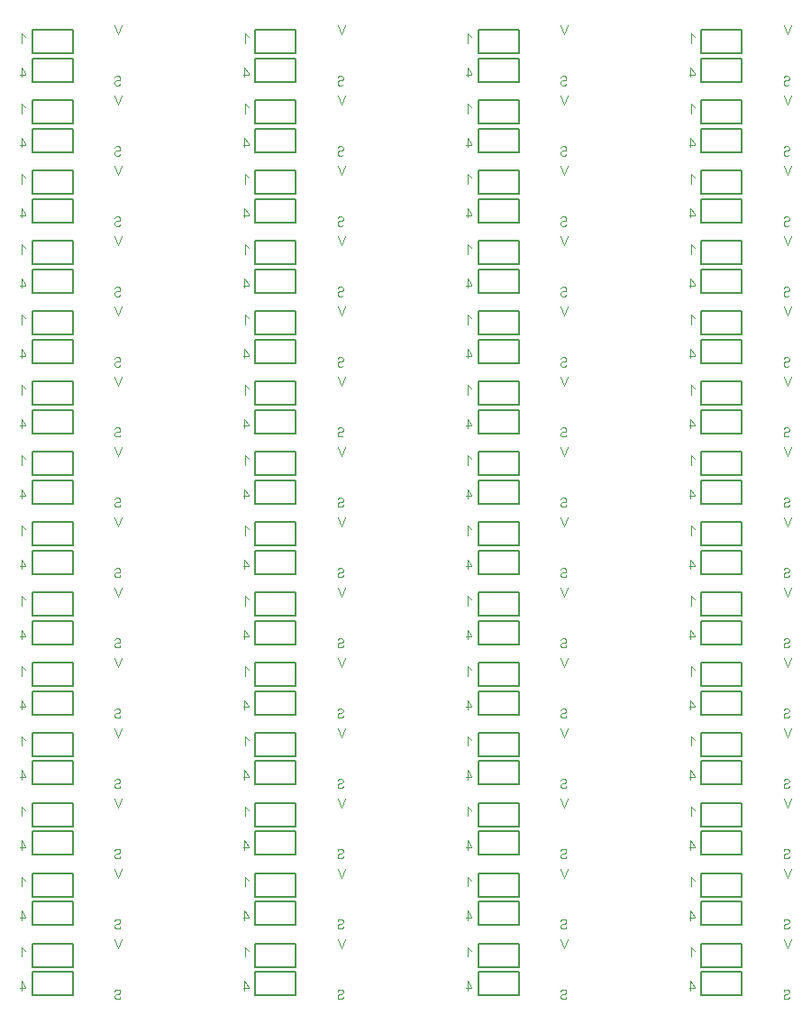
<source format=gbr>
%FSLAX34Y34*%
%MOMM*%
%LNSILK_BOTTOM*%
G71*
G01*
%ADD10C, 0.150*%
%ADD11C, 0.111*%
%LPD*%
G54D10*
X71462Y963725D02*
X71462Y985725D01*
X109462Y985725D01*
X109462Y963725D01*
X71462Y963725D01*
G54D10*
X71462Y936738D02*
X71462Y958738D01*
X109462Y958738D01*
X109462Y936738D01*
X71462Y936738D01*
G54D11*
X61088Y941388D02*
X61088Y950276D01*
X65088Y944721D01*
X65088Y943610D01*
X59754Y943610D01*
G54D11*
X65088Y978693D02*
X61754Y982026D01*
X61754Y973138D01*
G54D11*
X155575Y989964D02*
X152242Y981075D01*
X148908Y989964D01*
G54D11*
X153988Y935117D02*
X153321Y934006D01*
X151988Y933450D01*
X150654Y933450D01*
X149321Y934006D01*
X148654Y935117D01*
X148654Y936228D01*
X149321Y937339D01*
X150654Y937894D01*
X151988Y937894D01*
X153321Y938450D01*
X153988Y939561D01*
X153988Y940672D01*
X153321Y941783D01*
X151988Y942339D01*
X150654Y942339D01*
X149321Y941783D01*
X148654Y940672D01*
G54D10*
X281012Y963725D02*
X281012Y985725D01*
X319012Y985725D01*
X319012Y963725D01*
X281012Y963725D01*
G54D10*
X281012Y936738D02*
X281012Y958738D01*
X319012Y958738D01*
X319012Y936738D01*
X281012Y936738D01*
G54D11*
X270638Y941388D02*
X270638Y950276D01*
X274638Y944721D01*
X274638Y943610D01*
X269304Y943610D01*
G54D11*
X274638Y978693D02*
X271304Y982026D01*
X271304Y973138D01*
G54D11*
X365125Y989964D02*
X361792Y981075D01*
X358458Y989964D01*
G54D11*
X363538Y935117D02*
X362871Y934006D01*
X361538Y933450D01*
X360204Y933450D01*
X358871Y934006D01*
X358204Y935117D01*
X358204Y936228D01*
X358871Y937339D01*
X360204Y937894D01*
X361538Y937894D01*
X362871Y938450D01*
X363538Y939561D01*
X363538Y940672D01*
X362871Y941783D01*
X361538Y942339D01*
X360204Y942339D01*
X358871Y941783D01*
X358204Y940672D01*
G54D10*
X490562Y963725D02*
X490562Y985725D01*
X528562Y985725D01*
X528562Y963725D01*
X490562Y963725D01*
G54D10*
X490562Y936738D02*
X490562Y958738D01*
X528562Y958738D01*
X528562Y936738D01*
X490562Y936738D01*
G54D11*
X480188Y941388D02*
X480188Y950276D01*
X484188Y944721D01*
X484188Y943610D01*
X478854Y943610D01*
G54D11*
X484188Y978693D02*
X480854Y982026D01*
X480854Y973138D01*
G54D11*
X574675Y989964D02*
X571342Y981075D01*
X568008Y989964D01*
G54D11*
X573088Y935117D02*
X572421Y934006D01*
X571088Y933450D01*
X569754Y933450D01*
X568421Y934006D01*
X567754Y935117D01*
X567754Y936228D01*
X568421Y937339D01*
X569754Y937894D01*
X571088Y937894D01*
X572421Y938450D01*
X573088Y939561D01*
X573088Y940672D01*
X572421Y941783D01*
X571088Y942339D01*
X569754Y942339D01*
X568421Y941783D01*
X567754Y940672D01*
G54D10*
X700112Y963725D02*
X700112Y985725D01*
X738112Y985725D01*
X738112Y963725D01*
X700112Y963725D01*
G54D10*
X700112Y936738D02*
X700112Y958738D01*
X738112Y958738D01*
X738112Y936738D01*
X700112Y936738D01*
G54D11*
X689738Y941388D02*
X689738Y950276D01*
X693738Y944721D01*
X693738Y943610D01*
X688404Y943610D01*
G54D11*
X693738Y978693D02*
X690404Y982026D01*
X690404Y973138D01*
G54D11*
X784225Y989964D02*
X780892Y981075D01*
X777558Y989964D01*
G54D11*
X782638Y935117D02*
X781971Y934006D01*
X780638Y933450D01*
X779304Y933450D01*
X777971Y934006D01*
X777304Y935117D01*
X777304Y936228D01*
X777971Y937339D01*
X779304Y937894D01*
X780638Y937894D01*
X781971Y938450D01*
X782638Y939561D01*
X782638Y940672D01*
X781971Y941783D01*
X780638Y942339D01*
X779304Y942339D01*
X777971Y941783D01*
X777304Y940672D01*
G54D10*
X71462Y897705D02*
X71462Y919705D01*
X109462Y919705D01*
X109462Y897705D01*
X71462Y897705D01*
G54D10*
X71462Y870717D02*
X71462Y892717D01*
X109462Y892717D01*
X109462Y870717D01*
X71462Y870717D01*
G54D11*
X61088Y875367D02*
X61088Y884256D01*
X65088Y878701D01*
X65088Y877590D01*
X59754Y877590D01*
G54D11*
X65088Y912673D02*
X61754Y916006D01*
X61754Y907117D01*
G54D11*
X155575Y923944D02*
X152242Y915055D01*
X148908Y923944D01*
G54D11*
X153988Y869097D02*
X153321Y867986D01*
X151988Y867430D01*
X150654Y867430D01*
X149321Y867986D01*
X148654Y869097D01*
X148654Y870208D01*
X149321Y871319D01*
X150654Y871874D01*
X151988Y871874D01*
X153321Y872430D01*
X153988Y873541D01*
X153988Y874652D01*
X153321Y875763D01*
X151988Y876319D01*
X150654Y876319D01*
X149321Y875763D01*
X148654Y874652D01*
G54D10*
X281012Y897705D02*
X281012Y919705D01*
X319012Y919705D01*
X319012Y897705D01*
X281012Y897705D01*
G54D10*
X281012Y870717D02*
X281012Y892717D01*
X319012Y892717D01*
X319012Y870717D01*
X281012Y870717D01*
G54D11*
X270638Y875367D02*
X270638Y884256D01*
X274638Y878701D01*
X274638Y877590D01*
X269304Y877590D01*
G54D11*
X274638Y912673D02*
X271304Y916006D01*
X271304Y907117D01*
G54D11*
X365125Y923944D02*
X361792Y915055D01*
X358458Y923944D01*
G54D11*
X363538Y869097D02*
X362871Y867986D01*
X361538Y867430D01*
X360204Y867430D01*
X358871Y867986D01*
X358204Y869097D01*
X358204Y870208D01*
X358871Y871319D01*
X360204Y871874D01*
X361538Y871874D01*
X362871Y872430D01*
X363538Y873541D01*
X363538Y874652D01*
X362871Y875763D01*
X361538Y876319D01*
X360204Y876319D01*
X358871Y875763D01*
X358204Y874652D01*
G54D10*
X490562Y897705D02*
X490562Y919705D01*
X528562Y919705D01*
X528562Y897705D01*
X490562Y897705D01*
G54D10*
X490562Y870717D02*
X490562Y892717D01*
X528562Y892717D01*
X528562Y870717D01*
X490562Y870717D01*
G54D11*
X480188Y875367D02*
X480188Y884256D01*
X484188Y878701D01*
X484188Y877590D01*
X478854Y877590D01*
G54D11*
X484188Y912673D02*
X480854Y916006D01*
X480854Y907117D01*
G54D11*
X574675Y923944D02*
X571342Y915055D01*
X568008Y923944D01*
G54D11*
X573088Y869097D02*
X572421Y867986D01*
X571088Y867430D01*
X569754Y867430D01*
X568421Y867986D01*
X567754Y869097D01*
X567754Y870208D01*
X568421Y871319D01*
X569754Y871874D01*
X571088Y871874D01*
X572421Y872430D01*
X573088Y873541D01*
X573088Y874652D01*
X572421Y875763D01*
X571088Y876319D01*
X569754Y876319D01*
X568421Y875763D01*
X567754Y874652D01*
G54D10*
X700112Y897705D02*
X700112Y919705D01*
X738112Y919705D01*
X738112Y897705D01*
X700112Y897705D01*
G54D10*
X700112Y870717D02*
X700112Y892717D01*
X738112Y892717D01*
X738112Y870717D01*
X700112Y870717D01*
G54D11*
X689738Y875367D02*
X689738Y884256D01*
X693738Y878701D01*
X693738Y877590D01*
X688404Y877590D01*
G54D11*
X693738Y912673D02*
X690404Y916006D01*
X690404Y907117D01*
G54D11*
X784225Y923944D02*
X780892Y915055D01*
X777558Y923944D01*
G54D11*
X782638Y869097D02*
X781971Y867986D01*
X780638Y867430D01*
X779304Y867430D01*
X777971Y867986D01*
X777304Y869097D01*
X777304Y870208D01*
X777971Y871319D01*
X779304Y871874D01*
X780638Y871874D01*
X781971Y872430D01*
X782638Y873541D01*
X782638Y874652D01*
X781971Y875763D01*
X780638Y876319D01*
X779304Y876319D01*
X777971Y875763D01*
X777304Y874652D01*
G54D10*
X71462Y831685D02*
X71462Y853685D01*
X109462Y853685D01*
X109462Y831685D01*
X71462Y831685D01*
G54D10*
X71462Y804697D02*
X71462Y826697D01*
X109462Y826697D01*
X109462Y804697D01*
X71462Y804697D01*
G54D11*
X61088Y809347D02*
X61088Y818236D01*
X65088Y812681D01*
X65088Y811570D01*
X59754Y811570D01*
G54D11*
X65088Y846653D02*
X61754Y849986D01*
X61754Y841097D01*
G54D11*
X155575Y857924D02*
X152242Y849035D01*
X148908Y857924D01*
G54D11*
X153988Y803077D02*
X153321Y801966D01*
X151988Y801410D01*
X150654Y801410D01*
X149321Y801966D01*
X148654Y803077D01*
X148654Y804188D01*
X149321Y805299D01*
X150654Y805854D01*
X151988Y805854D01*
X153321Y806410D01*
X153988Y807521D01*
X153988Y808632D01*
X153321Y809743D01*
X151988Y810299D01*
X150654Y810299D01*
X149321Y809743D01*
X148654Y808632D01*
G54D10*
X281012Y831685D02*
X281012Y853685D01*
X319012Y853685D01*
X319012Y831685D01*
X281012Y831685D01*
G54D10*
X281012Y804697D02*
X281012Y826697D01*
X319012Y826697D01*
X319012Y804697D01*
X281012Y804697D01*
G54D11*
X270638Y809347D02*
X270638Y818236D01*
X274638Y812681D01*
X274638Y811570D01*
X269304Y811570D01*
G54D11*
X274638Y846653D02*
X271304Y849986D01*
X271304Y841097D01*
G54D11*
X365125Y857924D02*
X361792Y849035D01*
X358458Y857924D01*
G54D11*
X363538Y803077D02*
X362871Y801966D01*
X361538Y801410D01*
X360204Y801410D01*
X358871Y801966D01*
X358204Y803077D01*
X358204Y804188D01*
X358871Y805299D01*
X360204Y805854D01*
X361538Y805854D01*
X362871Y806410D01*
X363538Y807521D01*
X363538Y808632D01*
X362871Y809743D01*
X361538Y810299D01*
X360204Y810299D01*
X358871Y809743D01*
X358204Y808632D01*
G54D10*
X490562Y831685D02*
X490562Y853685D01*
X528562Y853685D01*
X528562Y831685D01*
X490562Y831685D01*
G54D10*
X490562Y804697D02*
X490562Y826697D01*
X528562Y826697D01*
X528562Y804697D01*
X490562Y804697D01*
G54D11*
X480188Y809347D02*
X480188Y818236D01*
X484188Y812681D01*
X484188Y811570D01*
X478854Y811570D01*
G54D11*
X484188Y846653D02*
X480854Y849986D01*
X480854Y841097D01*
G54D11*
X574675Y857924D02*
X571342Y849035D01*
X568008Y857924D01*
G54D11*
X573088Y803077D02*
X572421Y801966D01*
X571088Y801410D01*
X569754Y801410D01*
X568421Y801966D01*
X567754Y803077D01*
X567754Y804188D01*
X568421Y805299D01*
X569754Y805854D01*
X571088Y805854D01*
X572421Y806410D01*
X573088Y807521D01*
X573088Y808632D01*
X572421Y809743D01*
X571088Y810299D01*
X569754Y810299D01*
X568421Y809743D01*
X567754Y808632D01*
G54D10*
X700112Y831685D02*
X700112Y853685D01*
X738112Y853685D01*
X738112Y831685D01*
X700112Y831685D01*
G54D10*
X700112Y804697D02*
X700112Y826697D01*
X738112Y826697D01*
X738112Y804697D01*
X700112Y804697D01*
G54D11*
X689738Y809347D02*
X689738Y818236D01*
X693738Y812681D01*
X693738Y811570D01*
X688404Y811570D01*
G54D11*
X693738Y846653D02*
X690404Y849986D01*
X690404Y841097D01*
G54D11*
X784225Y857924D02*
X780892Y849035D01*
X777558Y857924D01*
G54D11*
X782638Y803077D02*
X781971Y801966D01*
X780638Y801410D01*
X779304Y801410D01*
X777971Y801966D01*
X777304Y803077D01*
X777304Y804188D01*
X777971Y805299D01*
X779304Y805854D01*
X780638Y805854D01*
X781971Y806410D01*
X782638Y807521D01*
X782638Y808632D01*
X781971Y809743D01*
X780638Y810299D01*
X779304Y810299D01*
X777971Y809743D01*
X777304Y808632D01*
G54D10*
X71462Y765665D02*
X71462Y787665D01*
X109462Y787665D01*
X109462Y765665D01*
X71462Y765665D01*
G54D10*
X71462Y738677D02*
X71462Y760677D01*
X109462Y760677D01*
X109462Y738677D01*
X71462Y738677D01*
G54D11*
X61088Y743327D02*
X61088Y752216D01*
X65088Y746661D01*
X65088Y745550D01*
X59754Y745550D01*
G54D11*
X65088Y780633D02*
X61754Y783966D01*
X61754Y775077D01*
G54D11*
X155575Y791904D02*
X152242Y783015D01*
X148908Y791904D01*
G54D11*
X153988Y737057D02*
X153321Y735946D01*
X151988Y735390D01*
X150654Y735390D01*
X149321Y735946D01*
X148654Y737057D01*
X148654Y738168D01*
X149321Y739279D01*
X150654Y739834D01*
X151988Y739834D01*
X153321Y740390D01*
X153988Y741501D01*
X153988Y742612D01*
X153321Y743723D01*
X151988Y744279D01*
X150654Y744279D01*
X149321Y743723D01*
X148654Y742612D01*
G54D10*
X281012Y765665D02*
X281012Y787665D01*
X319012Y787665D01*
X319012Y765665D01*
X281012Y765665D01*
G54D10*
X281012Y738677D02*
X281012Y760677D01*
X319012Y760677D01*
X319012Y738677D01*
X281012Y738677D01*
G54D11*
X270638Y743327D02*
X270638Y752216D01*
X274638Y746661D01*
X274638Y745550D01*
X269304Y745550D01*
G54D11*
X274638Y780633D02*
X271304Y783966D01*
X271304Y775077D01*
G54D11*
X365125Y791904D02*
X361792Y783015D01*
X358458Y791904D01*
G54D11*
X363538Y737057D02*
X362871Y735946D01*
X361538Y735390D01*
X360204Y735390D01*
X358871Y735946D01*
X358204Y737057D01*
X358204Y738168D01*
X358871Y739279D01*
X360204Y739834D01*
X361538Y739834D01*
X362871Y740390D01*
X363538Y741501D01*
X363538Y742612D01*
X362871Y743723D01*
X361538Y744279D01*
X360204Y744279D01*
X358871Y743723D01*
X358204Y742612D01*
G54D10*
X490562Y765665D02*
X490562Y787665D01*
X528562Y787665D01*
X528562Y765665D01*
X490562Y765665D01*
G54D10*
X490562Y738677D02*
X490562Y760677D01*
X528562Y760677D01*
X528562Y738677D01*
X490562Y738677D01*
G54D11*
X480188Y743327D02*
X480188Y752216D01*
X484188Y746661D01*
X484188Y745550D01*
X478854Y745550D01*
G54D11*
X484188Y780633D02*
X480854Y783966D01*
X480854Y775077D01*
G54D11*
X574675Y791904D02*
X571342Y783015D01*
X568008Y791904D01*
G54D11*
X573088Y737057D02*
X572421Y735946D01*
X571088Y735390D01*
X569754Y735390D01*
X568421Y735946D01*
X567754Y737057D01*
X567754Y738168D01*
X568421Y739279D01*
X569754Y739834D01*
X571088Y739834D01*
X572421Y740390D01*
X573088Y741501D01*
X573088Y742612D01*
X572421Y743723D01*
X571088Y744279D01*
X569754Y744279D01*
X568421Y743723D01*
X567754Y742612D01*
G54D10*
X700112Y765665D02*
X700112Y787665D01*
X738112Y787665D01*
X738112Y765665D01*
X700112Y765665D01*
G54D10*
X700112Y738677D02*
X700112Y760677D01*
X738112Y760677D01*
X738112Y738677D01*
X700112Y738677D01*
G54D11*
X689738Y743327D02*
X689738Y752216D01*
X693738Y746661D01*
X693738Y745550D01*
X688404Y745550D01*
G54D11*
X693738Y780633D02*
X690404Y783966D01*
X690404Y775077D01*
G54D11*
X784225Y791904D02*
X780892Y783015D01*
X777558Y791904D01*
G54D11*
X782638Y737057D02*
X781971Y735946D01*
X780638Y735390D01*
X779304Y735390D01*
X777971Y735946D01*
X777304Y737057D01*
X777304Y738168D01*
X777971Y739279D01*
X779304Y739834D01*
X780638Y739834D01*
X781971Y740390D01*
X782638Y741501D01*
X782638Y742612D01*
X781971Y743723D01*
X780638Y744279D01*
X779304Y744279D01*
X777971Y743723D01*
X777304Y742612D01*
G54D10*
X71462Y699645D02*
X71462Y721645D01*
X109462Y721645D01*
X109462Y699645D01*
X71462Y699645D01*
G54D10*
X71462Y672658D02*
X71462Y694658D01*
X109462Y694658D01*
X109462Y672658D01*
X71462Y672658D01*
G54D11*
X61088Y677308D02*
X61088Y686196D01*
X65088Y680641D01*
X65088Y679530D01*
X59754Y679530D01*
G54D11*
X65088Y714613D02*
X61754Y717946D01*
X61754Y709058D01*
G54D11*
X155575Y725884D02*
X152242Y716995D01*
X148908Y725884D01*
G54D11*
X153988Y671037D02*
X153321Y669926D01*
X151988Y669370D01*
X150654Y669370D01*
X149321Y669926D01*
X148654Y671037D01*
X148654Y672148D01*
X149321Y673259D01*
X150654Y673814D01*
X151988Y673814D01*
X153321Y674370D01*
X153988Y675481D01*
X153988Y676592D01*
X153321Y677703D01*
X151988Y678259D01*
X150654Y678259D01*
X149321Y677703D01*
X148654Y676592D01*
G54D10*
X281012Y699645D02*
X281012Y721645D01*
X319012Y721645D01*
X319012Y699645D01*
X281012Y699645D01*
G54D10*
X281012Y672658D02*
X281012Y694658D01*
X319012Y694658D01*
X319012Y672658D01*
X281012Y672658D01*
G54D11*
X270638Y677308D02*
X270638Y686196D01*
X274638Y680641D01*
X274638Y679530D01*
X269304Y679530D01*
G54D11*
X274638Y714613D02*
X271304Y717946D01*
X271304Y709058D01*
G54D11*
X365125Y725884D02*
X361792Y716995D01*
X358458Y725884D01*
G54D11*
X363538Y671037D02*
X362871Y669926D01*
X361538Y669370D01*
X360204Y669370D01*
X358871Y669926D01*
X358204Y671037D01*
X358204Y672148D01*
X358871Y673259D01*
X360204Y673814D01*
X361538Y673814D01*
X362871Y674370D01*
X363538Y675481D01*
X363538Y676592D01*
X362871Y677703D01*
X361538Y678259D01*
X360204Y678259D01*
X358871Y677703D01*
X358204Y676592D01*
G54D10*
X490562Y699645D02*
X490562Y721645D01*
X528562Y721645D01*
X528562Y699645D01*
X490562Y699645D01*
G54D10*
X490562Y672658D02*
X490562Y694658D01*
X528562Y694658D01*
X528562Y672658D01*
X490562Y672658D01*
G54D11*
X480188Y677308D02*
X480188Y686196D01*
X484188Y680641D01*
X484188Y679530D01*
X478854Y679530D01*
G54D11*
X484188Y714613D02*
X480854Y717946D01*
X480854Y709058D01*
G54D11*
X574675Y725884D02*
X571342Y716995D01*
X568008Y725884D01*
G54D11*
X573088Y671037D02*
X572421Y669926D01*
X571088Y669370D01*
X569754Y669370D01*
X568421Y669926D01*
X567754Y671037D01*
X567754Y672148D01*
X568421Y673259D01*
X569754Y673814D01*
X571088Y673814D01*
X572421Y674370D01*
X573088Y675481D01*
X573088Y676592D01*
X572421Y677703D01*
X571088Y678259D01*
X569754Y678259D01*
X568421Y677703D01*
X567754Y676592D01*
G54D10*
X700112Y699645D02*
X700112Y721645D01*
X738112Y721645D01*
X738112Y699645D01*
X700112Y699645D01*
G54D10*
X700112Y672658D02*
X700112Y694658D01*
X738112Y694658D01*
X738112Y672658D01*
X700112Y672658D01*
G54D11*
X689738Y677308D02*
X689738Y686196D01*
X693738Y680641D01*
X693738Y679530D01*
X688404Y679530D01*
G54D11*
X693738Y714613D02*
X690404Y717946D01*
X690404Y709058D01*
G54D11*
X784225Y725884D02*
X780892Y716995D01*
X777558Y725884D01*
G54D11*
X782638Y671037D02*
X781971Y669926D01*
X780638Y669370D01*
X779304Y669370D01*
X777971Y669926D01*
X777304Y671037D01*
X777304Y672148D01*
X777971Y673259D01*
X779304Y673814D01*
X780638Y673814D01*
X781971Y674370D01*
X782638Y675481D01*
X782638Y676592D01*
X781971Y677703D01*
X780638Y678259D01*
X779304Y678259D01*
X777971Y677703D01*
X777304Y676592D01*
G54D10*
X71462Y633625D02*
X71462Y655625D01*
X109462Y655625D01*
X109462Y633625D01*
X71462Y633625D01*
G54D10*
X71462Y606638D02*
X71462Y628638D01*
X109462Y628638D01*
X109462Y606638D01*
X71462Y606638D01*
G54D11*
X61088Y611288D02*
X61088Y620176D01*
X65088Y614621D01*
X65088Y613510D01*
X59754Y613510D01*
G54D11*
X65088Y648593D02*
X61754Y651926D01*
X61754Y643038D01*
G54D11*
X155575Y659864D02*
X152242Y650975D01*
X148908Y659864D01*
G54D11*
X153988Y605017D02*
X153321Y603906D01*
X151988Y603350D01*
X150654Y603350D01*
X149321Y603906D01*
X148654Y605017D01*
X148654Y606128D01*
X149321Y607239D01*
X150654Y607794D01*
X151988Y607794D01*
X153321Y608350D01*
X153988Y609461D01*
X153988Y610572D01*
X153321Y611683D01*
X151988Y612239D01*
X150654Y612239D01*
X149321Y611683D01*
X148654Y610572D01*
G54D10*
X281012Y633625D02*
X281012Y655625D01*
X319012Y655625D01*
X319012Y633625D01*
X281012Y633625D01*
G54D10*
X281012Y606638D02*
X281012Y628638D01*
X319012Y628638D01*
X319012Y606638D01*
X281012Y606638D01*
G54D11*
X270638Y611288D02*
X270638Y620176D01*
X274638Y614621D01*
X274638Y613510D01*
X269304Y613510D01*
G54D11*
X274638Y648593D02*
X271304Y651926D01*
X271304Y643038D01*
G54D11*
X365125Y659864D02*
X361792Y650975D01*
X358458Y659864D01*
G54D11*
X363538Y605017D02*
X362871Y603906D01*
X361538Y603350D01*
X360204Y603350D01*
X358871Y603906D01*
X358204Y605017D01*
X358204Y606128D01*
X358871Y607239D01*
X360204Y607794D01*
X361538Y607794D01*
X362871Y608350D01*
X363538Y609461D01*
X363538Y610572D01*
X362871Y611683D01*
X361538Y612239D01*
X360204Y612239D01*
X358871Y611683D01*
X358204Y610572D01*
G54D10*
X490562Y633625D02*
X490562Y655625D01*
X528562Y655625D01*
X528562Y633625D01*
X490562Y633625D01*
G54D10*
X490562Y606638D02*
X490562Y628638D01*
X528562Y628638D01*
X528562Y606638D01*
X490562Y606638D01*
G54D11*
X480188Y611288D02*
X480188Y620176D01*
X484188Y614621D01*
X484188Y613510D01*
X478854Y613510D01*
G54D11*
X484188Y648593D02*
X480854Y651926D01*
X480854Y643038D01*
G54D11*
X574675Y659864D02*
X571342Y650975D01*
X568008Y659864D01*
G54D11*
X573088Y605017D02*
X572421Y603906D01*
X571088Y603350D01*
X569754Y603350D01*
X568421Y603906D01*
X567754Y605017D01*
X567754Y606128D01*
X568421Y607239D01*
X569754Y607794D01*
X571088Y607794D01*
X572421Y608350D01*
X573088Y609461D01*
X573088Y610572D01*
X572421Y611683D01*
X571088Y612239D01*
X569754Y612239D01*
X568421Y611683D01*
X567754Y610572D01*
G54D10*
X700112Y633625D02*
X700112Y655625D01*
X738112Y655625D01*
X738112Y633625D01*
X700112Y633625D01*
G54D10*
X700112Y606638D02*
X700112Y628638D01*
X738112Y628638D01*
X738112Y606638D01*
X700112Y606638D01*
G54D11*
X689738Y611288D02*
X689738Y620176D01*
X693738Y614621D01*
X693738Y613510D01*
X688404Y613510D01*
G54D11*
X693738Y648593D02*
X690404Y651926D01*
X690404Y643038D01*
G54D11*
X784225Y659864D02*
X780892Y650975D01*
X777558Y659864D01*
G54D11*
X782638Y605017D02*
X781971Y603906D01*
X780638Y603350D01*
X779304Y603350D01*
X777971Y603906D01*
X777304Y605017D01*
X777304Y606128D01*
X777971Y607239D01*
X779304Y607794D01*
X780638Y607794D01*
X781971Y608350D01*
X782638Y609461D01*
X782638Y610572D01*
X781971Y611683D01*
X780638Y612239D01*
X779304Y612239D01*
X777971Y611683D01*
X777304Y610572D01*
G54D10*
X71462Y567605D02*
X71462Y589605D01*
X109462Y589605D01*
X109462Y567605D01*
X71462Y567605D01*
G54D10*
X71462Y540618D02*
X71462Y562618D01*
X109462Y562618D01*
X109462Y540618D01*
X71462Y540618D01*
G54D11*
X61088Y545268D02*
X61088Y554156D01*
X65088Y548601D01*
X65088Y547490D01*
X59754Y547490D01*
G54D11*
X65088Y582573D02*
X61754Y585906D01*
X61754Y577018D01*
G54D11*
X155575Y593844D02*
X152242Y584955D01*
X148908Y593844D01*
G54D11*
X153988Y538997D02*
X153321Y537886D01*
X151988Y537330D01*
X150654Y537330D01*
X149321Y537886D01*
X148654Y538997D01*
X148654Y540108D01*
X149321Y541219D01*
X150654Y541774D01*
X151988Y541774D01*
X153321Y542330D01*
X153988Y543441D01*
X153988Y544552D01*
X153321Y545663D01*
X151988Y546219D01*
X150654Y546219D01*
X149321Y545663D01*
X148654Y544552D01*
G54D10*
X281012Y567605D02*
X281012Y589605D01*
X319012Y589605D01*
X319012Y567605D01*
X281012Y567605D01*
G54D10*
X281012Y540618D02*
X281012Y562618D01*
X319012Y562618D01*
X319012Y540618D01*
X281012Y540618D01*
G54D11*
X270638Y545268D02*
X270638Y554156D01*
X274638Y548601D01*
X274638Y547490D01*
X269304Y547490D01*
G54D11*
X274638Y582573D02*
X271304Y585906D01*
X271304Y577018D01*
G54D11*
X365125Y593844D02*
X361792Y584955D01*
X358458Y593844D01*
G54D11*
X363538Y538997D02*
X362871Y537886D01*
X361538Y537330D01*
X360204Y537330D01*
X358871Y537886D01*
X358204Y538997D01*
X358204Y540108D01*
X358871Y541219D01*
X360204Y541774D01*
X361538Y541774D01*
X362871Y542330D01*
X363538Y543441D01*
X363538Y544552D01*
X362871Y545663D01*
X361538Y546219D01*
X360204Y546219D01*
X358871Y545663D01*
X358204Y544552D01*
G54D10*
X490562Y567605D02*
X490562Y589605D01*
X528562Y589605D01*
X528562Y567605D01*
X490562Y567605D01*
G54D10*
X490562Y540618D02*
X490562Y562618D01*
X528562Y562618D01*
X528562Y540618D01*
X490562Y540618D01*
G54D11*
X480188Y545268D02*
X480188Y554156D01*
X484188Y548601D01*
X484188Y547490D01*
X478854Y547490D01*
G54D11*
X484188Y582573D02*
X480854Y585906D01*
X480854Y577018D01*
G54D11*
X574675Y593844D02*
X571342Y584955D01*
X568008Y593844D01*
G54D11*
X573088Y538997D02*
X572421Y537886D01*
X571088Y537330D01*
X569754Y537330D01*
X568421Y537886D01*
X567754Y538997D01*
X567754Y540108D01*
X568421Y541219D01*
X569754Y541774D01*
X571088Y541774D01*
X572421Y542330D01*
X573088Y543441D01*
X573088Y544552D01*
X572421Y545663D01*
X571088Y546219D01*
X569754Y546219D01*
X568421Y545663D01*
X567754Y544552D01*
G54D10*
X700112Y567605D02*
X700112Y589605D01*
X738112Y589605D01*
X738112Y567605D01*
X700112Y567605D01*
G54D10*
X700112Y540618D02*
X700112Y562618D01*
X738112Y562618D01*
X738112Y540618D01*
X700112Y540618D01*
G54D11*
X689738Y545268D02*
X689738Y554156D01*
X693738Y548601D01*
X693738Y547490D01*
X688404Y547490D01*
G54D11*
X693738Y582573D02*
X690404Y585906D01*
X690404Y577018D01*
G54D11*
X784225Y593844D02*
X780892Y584955D01*
X777558Y593844D01*
G54D11*
X782638Y538997D02*
X781971Y537886D01*
X780638Y537330D01*
X779304Y537330D01*
X777971Y537886D01*
X777304Y538997D01*
X777304Y540108D01*
X777971Y541219D01*
X779304Y541774D01*
X780638Y541774D01*
X781971Y542330D01*
X782638Y543441D01*
X782638Y544552D01*
X781971Y545663D01*
X780638Y546219D01*
X779304Y546219D01*
X777971Y545663D01*
X777304Y544552D01*
G54D10*
X71462Y501585D02*
X71462Y523585D01*
X109462Y523585D01*
X109462Y501585D01*
X71462Y501585D01*
G54D10*
X71462Y474598D02*
X71462Y496598D01*
X109462Y496598D01*
X109462Y474598D01*
X71462Y474598D01*
G54D11*
X61088Y479248D02*
X61088Y488136D01*
X65088Y482581D01*
X65088Y481470D01*
X59754Y481470D01*
G54D11*
X65088Y516553D02*
X61754Y519886D01*
X61754Y510998D01*
G54D11*
X155575Y527824D02*
X152242Y518935D01*
X148908Y527824D01*
G54D11*
X153988Y472977D02*
X153321Y471866D01*
X151988Y471310D01*
X150654Y471310D01*
X149321Y471866D01*
X148654Y472977D01*
X148654Y474088D01*
X149321Y475199D01*
X150654Y475754D01*
X151988Y475754D01*
X153321Y476310D01*
X153988Y477421D01*
X153988Y478532D01*
X153321Y479643D01*
X151988Y480199D01*
X150654Y480199D01*
X149321Y479643D01*
X148654Y478532D01*
G54D10*
X281012Y501585D02*
X281012Y523585D01*
X319012Y523585D01*
X319012Y501585D01*
X281012Y501585D01*
G54D10*
X281012Y474598D02*
X281012Y496598D01*
X319012Y496598D01*
X319012Y474598D01*
X281012Y474598D01*
G54D11*
X270638Y479248D02*
X270638Y488136D01*
X274638Y482581D01*
X274638Y481470D01*
X269304Y481470D01*
G54D11*
X274638Y516553D02*
X271304Y519886D01*
X271304Y510998D01*
G54D11*
X365125Y527824D02*
X361792Y518935D01*
X358458Y527824D01*
G54D11*
X363538Y472977D02*
X362871Y471866D01*
X361538Y471310D01*
X360204Y471310D01*
X358871Y471866D01*
X358204Y472977D01*
X358204Y474088D01*
X358871Y475199D01*
X360204Y475754D01*
X361538Y475754D01*
X362871Y476310D01*
X363538Y477421D01*
X363538Y478532D01*
X362871Y479643D01*
X361538Y480199D01*
X360204Y480199D01*
X358871Y479643D01*
X358204Y478532D01*
G54D10*
X490562Y501585D02*
X490562Y523585D01*
X528562Y523585D01*
X528562Y501585D01*
X490562Y501585D01*
G54D10*
X490562Y474598D02*
X490562Y496598D01*
X528562Y496598D01*
X528562Y474598D01*
X490562Y474598D01*
G54D11*
X480188Y479248D02*
X480188Y488136D01*
X484188Y482581D01*
X484188Y481470D01*
X478854Y481470D01*
G54D11*
X484188Y516553D02*
X480854Y519886D01*
X480854Y510998D01*
G54D11*
X574675Y527824D02*
X571342Y518935D01*
X568008Y527824D01*
G54D11*
X573088Y472977D02*
X572421Y471866D01*
X571088Y471310D01*
X569754Y471310D01*
X568421Y471866D01*
X567754Y472977D01*
X567754Y474088D01*
X568421Y475199D01*
X569754Y475754D01*
X571088Y475754D01*
X572421Y476310D01*
X573088Y477421D01*
X573088Y478532D01*
X572421Y479643D01*
X571088Y480199D01*
X569754Y480199D01*
X568421Y479643D01*
X567754Y478532D01*
G54D10*
X700112Y501585D02*
X700112Y523585D01*
X738112Y523585D01*
X738112Y501585D01*
X700112Y501585D01*
G54D10*
X700112Y474598D02*
X700112Y496598D01*
X738112Y496598D01*
X738112Y474598D01*
X700112Y474598D01*
G54D11*
X689738Y479248D02*
X689738Y488136D01*
X693738Y482581D01*
X693738Y481470D01*
X688404Y481470D01*
G54D11*
X693738Y516553D02*
X690404Y519886D01*
X690404Y510998D01*
G54D11*
X784225Y527824D02*
X780892Y518935D01*
X777558Y527824D01*
G54D11*
X782638Y472977D02*
X781971Y471866D01*
X780638Y471310D01*
X779304Y471310D01*
X777971Y471866D01*
X777304Y472977D01*
X777304Y474088D01*
X777971Y475199D01*
X779304Y475754D01*
X780638Y475754D01*
X781971Y476310D01*
X782638Y477421D01*
X782638Y478532D01*
X781971Y479643D01*
X780638Y480199D01*
X779304Y480199D01*
X777971Y479643D01*
X777304Y478532D01*
G54D10*
X71462Y435565D02*
X71462Y457565D01*
X109462Y457565D01*
X109462Y435565D01*
X71462Y435565D01*
G54D10*
X71462Y408578D02*
X71462Y430578D01*
X109462Y430578D01*
X109462Y408578D01*
X71462Y408578D01*
G54D11*
X61088Y413228D02*
X61088Y422116D01*
X65088Y416561D01*
X65088Y415450D01*
X59754Y415450D01*
G54D11*
X65088Y450533D02*
X61754Y453866D01*
X61754Y444978D01*
G54D11*
X155575Y461804D02*
X152242Y452915D01*
X148908Y461804D01*
G54D11*
X153988Y406957D02*
X153321Y405846D01*
X151988Y405290D01*
X150654Y405290D01*
X149321Y405846D01*
X148654Y406957D01*
X148654Y408068D01*
X149321Y409179D01*
X150654Y409734D01*
X151988Y409734D01*
X153321Y410290D01*
X153988Y411401D01*
X153988Y412512D01*
X153321Y413623D01*
X151988Y414179D01*
X150654Y414179D01*
X149321Y413623D01*
X148654Y412512D01*
G54D10*
X281012Y435565D02*
X281012Y457565D01*
X319012Y457565D01*
X319012Y435565D01*
X281012Y435565D01*
G54D10*
X281012Y408578D02*
X281012Y430578D01*
X319012Y430578D01*
X319012Y408578D01*
X281012Y408578D01*
G54D11*
X270638Y413228D02*
X270638Y422116D01*
X274638Y416561D01*
X274638Y415450D01*
X269304Y415450D01*
G54D11*
X274638Y450533D02*
X271304Y453866D01*
X271304Y444978D01*
G54D11*
X365125Y461804D02*
X361792Y452915D01*
X358458Y461804D01*
G54D11*
X363538Y406957D02*
X362871Y405846D01*
X361538Y405290D01*
X360204Y405290D01*
X358871Y405846D01*
X358204Y406957D01*
X358204Y408068D01*
X358871Y409179D01*
X360204Y409734D01*
X361538Y409734D01*
X362871Y410290D01*
X363538Y411401D01*
X363538Y412512D01*
X362871Y413623D01*
X361538Y414179D01*
X360204Y414179D01*
X358871Y413623D01*
X358204Y412512D01*
G54D10*
X490562Y435565D02*
X490562Y457565D01*
X528562Y457565D01*
X528562Y435565D01*
X490562Y435565D01*
G54D10*
X490562Y408578D02*
X490562Y430578D01*
X528562Y430578D01*
X528562Y408578D01*
X490562Y408578D01*
G54D11*
X480188Y413228D02*
X480188Y422116D01*
X484188Y416561D01*
X484188Y415450D01*
X478854Y415450D01*
G54D11*
X484188Y450533D02*
X480854Y453866D01*
X480854Y444978D01*
G54D11*
X574675Y461804D02*
X571342Y452915D01*
X568008Y461804D01*
G54D11*
X573088Y406957D02*
X572421Y405846D01*
X571088Y405290D01*
X569754Y405290D01*
X568421Y405846D01*
X567754Y406957D01*
X567754Y408068D01*
X568421Y409179D01*
X569754Y409734D01*
X571088Y409734D01*
X572421Y410290D01*
X573088Y411401D01*
X573088Y412512D01*
X572421Y413623D01*
X571088Y414179D01*
X569754Y414179D01*
X568421Y413623D01*
X567754Y412512D01*
G54D10*
X700112Y435565D02*
X700112Y457565D01*
X738112Y457565D01*
X738112Y435565D01*
X700112Y435565D01*
G54D10*
X700112Y408578D02*
X700112Y430578D01*
X738112Y430578D01*
X738112Y408578D01*
X700112Y408578D01*
G54D11*
X689738Y413228D02*
X689738Y422116D01*
X693738Y416561D01*
X693738Y415450D01*
X688404Y415450D01*
G54D11*
X693738Y450533D02*
X690404Y453866D01*
X690404Y444978D01*
G54D11*
X784225Y461804D02*
X780892Y452915D01*
X777558Y461804D01*
G54D11*
X782638Y406957D02*
X781971Y405846D01*
X780638Y405290D01*
X779304Y405290D01*
X777971Y405846D01*
X777304Y406957D01*
X777304Y408068D01*
X777971Y409179D01*
X779304Y409734D01*
X780638Y409734D01*
X781971Y410290D01*
X782638Y411401D01*
X782638Y412512D01*
X781971Y413623D01*
X780638Y414179D01*
X779304Y414179D01*
X777971Y413623D01*
X777304Y412512D01*
G54D10*
X71462Y369545D02*
X71462Y391545D01*
X109462Y391545D01*
X109462Y369545D01*
X71462Y369545D01*
G54D10*
X71462Y342558D02*
X71462Y364558D01*
X109462Y364558D01*
X109462Y342558D01*
X71462Y342558D01*
G54D11*
X61088Y347208D02*
X61088Y356096D01*
X65088Y350541D01*
X65088Y349430D01*
X59754Y349430D01*
G54D11*
X65088Y384513D02*
X61754Y387846D01*
X61754Y378958D01*
G54D11*
X155575Y395784D02*
X152242Y386895D01*
X148908Y395784D01*
G54D11*
X153988Y340937D02*
X153321Y339826D01*
X151988Y339270D01*
X150654Y339270D01*
X149321Y339826D01*
X148654Y340937D01*
X148654Y342048D01*
X149321Y343159D01*
X150654Y343714D01*
X151988Y343714D01*
X153321Y344270D01*
X153988Y345381D01*
X153988Y346492D01*
X153321Y347603D01*
X151988Y348159D01*
X150654Y348159D01*
X149321Y347603D01*
X148654Y346492D01*
G54D10*
X281012Y369545D02*
X281012Y391545D01*
X319012Y391545D01*
X319012Y369545D01*
X281012Y369545D01*
G54D10*
X281012Y342558D02*
X281012Y364558D01*
X319012Y364558D01*
X319012Y342558D01*
X281012Y342558D01*
G54D11*
X270638Y347208D02*
X270638Y356096D01*
X274638Y350541D01*
X274638Y349430D01*
X269304Y349430D01*
G54D11*
X274638Y384513D02*
X271304Y387846D01*
X271304Y378958D01*
G54D11*
X365125Y395784D02*
X361792Y386895D01*
X358458Y395784D01*
G54D11*
X363538Y340937D02*
X362871Y339826D01*
X361538Y339270D01*
X360204Y339270D01*
X358871Y339826D01*
X358204Y340937D01*
X358204Y342048D01*
X358871Y343159D01*
X360204Y343714D01*
X361538Y343714D01*
X362871Y344270D01*
X363538Y345381D01*
X363538Y346492D01*
X362871Y347603D01*
X361538Y348159D01*
X360204Y348159D01*
X358871Y347603D01*
X358204Y346492D01*
G54D10*
X490562Y369545D02*
X490562Y391545D01*
X528562Y391545D01*
X528562Y369545D01*
X490562Y369545D01*
G54D10*
X490562Y342558D02*
X490562Y364558D01*
X528562Y364558D01*
X528562Y342558D01*
X490562Y342558D01*
G54D11*
X480188Y347208D02*
X480188Y356096D01*
X484188Y350541D01*
X484188Y349430D01*
X478854Y349430D01*
G54D11*
X484188Y384513D02*
X480854Y387846D01*
X480854Y378958D01*
G54D11*
X574675Y395784D02*
X571342Y386895D01*
X568008Y395784D01*
G54D11*
X573088Y340937D02*
X572421Y339826D01*
X571088Y339270D01*
X569754Y339270D01*
X568421Y339826D01*
X567754Y340937D01*
X567754Y342048D01*
X568421Y343159D01*
X569754Y343714D01*
X571088Y343714D01*
X572421Y344270D01*
X573088Y345381D01*
X573088Y346492D01*
X572421Y347603D01*
X571088Y348159D01*
X569754Y348159D01*
X568421Y347603D01*
X567754Y346492D01*
G54D10*
X700112Y369545D02*
X700112Y391545D01*
X738112Y391545D01*
X738112Y369545D01*
X700112Y369545D01*
G54D10*
X700112Y342558D02*
X700112Y364558D01*
X738112Y364558D01*
X738112Y342558D01*
X700112Y342558D01*
G54D11*
X689738Y347208D02*
X689738Y356096D01*
X693738Y350541D01*
X693738Y349430D01*
X688404Y349430D01*
G54D11*
X693738Y384513D02*
X690404Y387846D01*
X690404Y378958D01*
G54D11*
X784225Y395784D02*
X780892Y386895D01*
X777558Y395784D01*
G54D11*
X782638Y340937D02*
X781971Y339826D01*
X780638Y339270D01*
X779304Y339270D01*
X777971Y339826D01*
X777304Y340937D01*
X777304Y342048D01*
X777971Y343159D01*
X779304Y343714D01*
X780638Y343714D01*
X781971Y344270D01*
X782638Y345381D01*
X782638Y346492D01*
X781971Y347603D01*
X780638Y348159D01*
X779304Y348159D01*
X777971Y347603D01*
X777304Y346492D01*
G54D10*
X71462Y303525D02*
X71462Y325525D01*
X109462Y325525D01*
X109462Y303525D01*
X71462Y303525D01*
G54D10*
X71462Y276538D02*
X71462Y298538D01*
X109462Y298538D01*
X109462Y276538D01*
X71462Y276538D01*
G54D11*
X61088Y281188D02*
X61088Y290076D01*
X65088Y284521D01*
X65088Y283410D01*
X59754Y283410D01*
G54D11*
X65088Y318493D02*
X61754Y321826D01*
X61754Y312938D01*
G54D11*
X155575Y329764D02*
X152242Y320875D01*
X148908Y329764D01*
G54D11*
X153988Y274917D02*
X153321Y273806D01*
X151988Y273250D01*
X150654Y273250D01*
X149321Y273806D01*
X148654Y274917D01*
X148654Y276028D01*
X149321Y277139D01*
X150654Y277694D01*
X151988Y277694D01*
X153321Y278250D01*
X153988Y279361D01*
X153988Y280472D01*
X153321Y281583D01*
X151988Y282139D01*
X150654Y282139D01*
X149321Y281583D01*
X148654Y280472D01*
G54D10*
X281012Y303525D02*
X281012Y325525D01*
X319012Y325525D01*
X319012Y303525D01*
X281012Y303525D01*
G54D10*
X281012Y276538D02*
X281012Y298538D01*
X319012Y298538D01*
X319012Y276538D01*
X281012Y276538D01*
G54D11*
X270638Y281188D02*
X270638Y290076D01*
X274638Y284521D01*
X274638Y283410D01*
X269304Y283410D01*
G54D11*
X274638Y318493D02*
X271304Y321826D01*
X271304Y312938D01*
G54D11*
X365125Y329764D02*
X361792Y320875D01*
X358458Y329764D01*
G54D11*
X363538Y274917D02*
X362871Y273806D01*
X361538Y273250D01*
X360204Y273250D01*
X358871Y273806D01*
X358204Y274917D01*
X358204Y276028D01*
X358871Y277139D01*
X360204Y277694D01*
X361538Y277694D01*
X362871Y278250D01*
X363538Y279361D01*
X363538Y280472D01*
X362871Y281583D01*
X361538Y282139D01*
X360204Y282139D01*
X358871Y281583D01*
X358204Y280472D01*
G54D10*
X490562Y303525D02*
X490562Y325525D01*
X528562Y325525D01*
X528562Y303525D01*
X490562Y303525D01*
G54D10*
X490562Y276538D02*
X490562Y298538D01*
X528562Y298538D01*
X528562Y276538D01*
X490562Y276538D01*
G54D11*
X480187Y281188D02*
X480187Y290076D01*
X484188Y284521D01*
X484188Y283410D01*
X478854Y283410D01*
G54D11*
X484188Y318493D02*
X480854Y321826D01*
X480854Y312938D01*
G54D11*
X574675Y329764D02*
X571342Y320875D01*
X568008Y329764D01*
G54D11*
X573088Y274917D02*
X572421Y273806D01*
X571088Y273250D01*
X569754Y273250D01*
X568421Y273806D01*
X567754Y274917D01*
X567754Y276028D01*
X568421Y277139D01*
X569754Y277694D01*
X571088Y277694D01*
X572421Y278250D01*
X573088Y279361D01*
X573088Y280472D01*
X572421Y281583D01*
X571088Y282139D01*
X569754Y282139D01*
X568421Y281583D01*
X567754Y280472D01*
G54D10*
X700112Y303525D02*
X700112Y325525D01*
X738112Y325525D01*
X738112Y303525D01*
X700112Y303525D01*
G54D10*
X700112Y276538D02*
X700112Y298538D01*
X738112Y298538D01*
X738112Y276538D01*
X700112Y276538D01*
G54D11*
X689738Y281188D02*
X689738Y290076D01*
X693738Y284521D01*
X693738Y283410D01*
X688404Y283410D01*
G54D11*
X693738Y318493D02*
X690404Y321826D01*
X690404Y312938D01*
G54D11*
X784225Y329764D02*
X780892Y320875D01*
X777558Y329764D01*
G54D11*
X782638Y274917D02*
X781971Y273806D01*
X780638Y273250D01*
X779304Y273250D01*
X777971Y273806D01*
X777304Y274917D01*
X777304Y276028D01*
X777971Y277139D01*
X779304Y277694D01*
X780638Y277694D01*
X781971Y278250D01*
X782638Y279361D01*
X782638Y280472D01*
X781971Y281583D01*
X780638Y282139D01*
X779304Y282139D01*
X777971Y281583D01*
X777304Y280472D01*
G54D10*
X71462Y237505D02*
X71462Y259505D01*
X109462Y259505D01*
X109462Y237505D01*
X71462Y237505D01*
G54D10*
X71462Y210518D02*
X71462Y232518D01*
X109462Y232518D01*
X109462Y210518D01*
X71462Y210518D01*
G54D11*
X61088Y215168D02*
X61088Y224056D01*
X65088Y218501D01*
X65088Y217390D01*
X59754Y217390D01*
G54D11*
X65088Y252473D02*
X61754Y255806D01*
X61754Y246918D01*
G54D11*
X155575Y263744D02*
X152242Y254855D01*
X148908Y263744D01*
G54D11*
X153988Y208897D02*
X153321Y207786D01*
X151988Y207230D01*
X150654Y207230D01*
X149321Y207786D01*
X148654Y208897D01*
X148654Y210008D01*
X149321Y211119D01*
X150654Y211674D01*
X151988Y211674D01*
X153321Y212230D01*
X153988Y213341D01*
X153988Y214452D01*
X153321Y215563D01*
X151988Y216119D01*
X150654Y216119D01*
X149321Y215563D01*
X148654Y214452D01*
G54D10*
X281012Y237505D02*
X281012Y259505D01*
X319012Y259505D01*
X319012Y237505D01*
X281012Y237505D01*
G54D10*
X281012Y210518D02*
X281012Y232518D01*
X319012Y232518D01*
X319012Y210518D01*
X281012Y210518D01*
G54D11*
X270638Y215168D02*
X270638Y224056D01*
X274638Y218501D01*
X274638Y217390D01*
X269304Y217390D01*
G54D11*
X274638Y252473D02*
X271304Y255806D01*
X271304Y246918D01*
G54D11*
X365125Y263744D02*
X361792Y254855D01*
X358458Y263744D01*
G54D11*
X363538Y208897D02*
X362871Y207786D01*
X361538Y207230D01*
X360204Y207230D01*
X358871Y207786D01*
X358204Y208897D01*
X358204Y210008D01*
X358871Y211119D01*
X360204Y211674D01*
X361538Y211674D01*
X362871Y212230D01*
X363538Y213341D01*
X363538Y214452D01*
X362871Y215563D01*
X361538Y216119D01*
X360204Y216119D01*
X358871Y215563D01*
X358204Y214452D01*
G54D10*
X490562Y237505D02*
X490562Y259505D01*
X528562Y259505D01*
X528562Y237505D01*
X490562Y237505D01*
G54D10*
X490562Y210518D02*
X490562Y232518D01*
X528562Y232518D01*
X528562Y210518D01*
X490562Y210518D01*
G54D11*
X480187Y215168D02*
X480187Y224056D01*
X484188Y218501D01*
X484188Y217390D01*
X478854Y217390D01*
G54D11*
X484188Y252473D02*
X480854Y255806D01*
X480854Y246918D01*
G54D11*
X574675Y263744D02*
X571342Y254855D01*
X568008Y263744D01*
G54D11*
X573088Y208897D02*
X572421Y207786D01*
X571088Y207230D01*
X569754Y207230D01*
X568421Y207786D01*
X567754Y208897D01*
X567754Y210008D01*
X568421Y211119D01*
X569754Y211674D01*
X571088Y211674D01*
X572421Y212230D01*
X573088Y213341D01*
X573088Y214452D01*
X572421Y215563D01*
X571088Y216119D01*
X569754Y216119D01*
X568421Y215563D01*
X567754Y214452D01*
G54D10*
X700112Y237505D02*
X700112Y259505D01*
X738112Y259505D01*
X738112Y237505D01*
X700112Y237505D01*
G54D10*
X700112Y210518D02*
X700112Y232518D01*
X738112Y232518D01*
X738112Y210518D01*
X700112Y210518D01*
G54D11*
X689738Y215168D02*
X689738Y224056D01*
X693738Y218501D01*
X693738Y217390D01*
X688404Y217390D01*
G54D11*
X693738Y252473D02*
X690404Y255806D01*
X690404Y246918D01*
G54D11*
X784225Y263744D02*
X780892Y254855D01*
X777558Y263744D01*
G54D11*
X782638Y208897D02*
X781971Y207786D01*
X780638Y207230D01*
X779304Y207230D01*
X777971Y207786D01*
X777304Y208897D01*
X777304Y210008D01*
X777971Y211119D01*
X779304Y211674D01*
X780638Y211674D01*
X781971Y212230D01*
X782638Y213341D01*
X782638Y214452D01*
X781971Y215563D01*
X780638Y216119D01*
X779304Y216119D01*
X777971Y215563D01*
X777304Y214452D01*
G54D10*
X71462Y171485D02*
X71462Y193485D01*
X109462Y193485D01*
X109462Y171485D01*
X71462Y171485D01*
G54D10*
X71462Y144498D02*
X71462Y166498D01*
X109462Y166498D01*
X109462Y144498D01*
X71462Y144498D01*
G54D11*
X61088Y149148D02*
X61088Y158036D01*
X65088Y152481D01*
X65088Y151370D01*
X59754Y151370D01*
G54D11*
X65088Y186453D02*
X61754Y189786D01*
X61754Y180898D01*
G54D11*
X155575Y197724D02*
X152242Y188835D01*
X148908Y197724D01*
G54D11*
X153988Y142877D02*
X153321Y141766D01*
X151988Y141210D01*
X150654Y141210D01*
X149321Y141766D01*
X148654Y142877D01*
X148654Y143988D01*
X149321Y145099D01*
X150654Y145654D01*
X151988Y145654D01*
X153321Y146210D01*
X153988Y147321D01*
X153988Y148432D01*
X153321Y149543D01*
X151988Y150099D01*
X150654Y150099D01*
X149321Y149543D01*
X148654Y148432D01*
G54D10*
X281012Y171485D02*
X281012Y193485D01*
X319012Y193485D01*
X319012Y171485D01*
X281012Y171485D01*
G54D10*
X281012Y144498D02*
X281012Y166498D01*
X319012Y166498D01*
X319012Y144498D01*
X281012Y144498D01*
G54D11*
X270638Y149148D02*
X270638Y158036D01*
X274638Y152481D01*
X274638Y151370D01*
X269304Y151370D01*
G54D11*
X274638Y186453D02*
X271304Y189786D01*
X271304Y180898D01*
G54D11*
X365125Y197724D02*
X361792Y188835D01*
X358458Y197724D01*
G54D11*
X363538Y142877D02*
X362871Y141766D01*
X361538Y141210D01*
X360204Y141210D01*
X358871Y141766D01*
X358204Y142877D01*
X358204Y143988D01*
X358871Y145099D01*
X360204Y145654D01*
X361538Y145654D01*
X362871Y146210D01*
X363538Y147321D01*
X363538Y148432D01*
X362871Y149543D01*
X361538Y150099D01*
X360204Y150099D01*
X358871Y149543D01*
X358204Y148432D01*
G54D10*
X490562Y171485D02*
X490562Y193485D01*
X528562Y193485D01*
X528562Y171485D01*
X490562Y171485D01*
G54D10*
X490562Y144498D02*
X490562Y166498D01*
X528562Y166498D01*
X528562Y144498D01*
X490562Y144498D01*
G54D11*
X480187Y149148D02*
X480187Y158036D01*
X484188Y152481D01*
X484188Y151370D01*
X478854Y151370D01*
G54D11*
X484188Y186453D02*
X480854Y189786D01*
X480854Y180898D01*
G54D11*
X574675Y197724D02*
X571342Y188835D01*
X568008Y197724D01*
G54D11*
X573088Y142877D02*
X572421Y141766D01*
X571088Y141210D01*
X569754Y141210D01*
X568421Y141766D01*
X567754Y142877D01*
X567754Y143988D01*
X568421Y145099D01*
X569754Y145654D01*
X571088Y145654D01*
X572421Y146210D01*
X573088Y147321D01*
X573088Y148432D01*
X572421Y149543D01*
X571088Y150099D01*
X569754Y150099D01*
X568421Y149543D01*
X567754Y148432D01*
G54D10*
X700112Y171485D02*
X700112Y193485D01*
X738112Y193485D01*
X738112Y171485D01*
X700112Y171485D01*
G54D10*
X700112Y144498D02*
X700112Y166498D01*
X738112Y166498D01*
X738112Y144498D01*
X700112Y144498D01*
G54D11*
X689738Y149148D02*
X689738Y158036D01*
X693738Y152481D01*
X693738Y151370D01*
X688404Y151370D01*
G54D11*
X693738Y186453D02*
X690404Y189786D01*
X690404Y180898D01*
G54D11*
X784225Y197724D02*
X780892Y188835D01*
X777558Y197724D01*
G54D11*
X782638Y142877D02*
X781971Y141766D01*
X780638Y141210D01*
X779304Y141210D01*
X777971Y141766D01*
X777304Y142877D01*
X777304Y143988D01*
X777971Y145099D01*
X779304Y145654D01*
X780638Y145654D01*
X781971Y146210D01*
X782638Y147321D01*
X782638Y148432D01*
X781971Y149543D01*
X780638Y150099D01*
X779304Y150099D01*
X777971Y149543D01*
X777304Y148432D01*
G54D10*
X71462Y105465D02*
X71462Y127465D01*
X109462Y127465D01*
X109462Y105465D01*
X71462Y105465D01*
G54D10*
X71462Y78478D02*
X71462Y100478D01*
X109462Y100478D01*
X109462Y78478D01*
X71462Y78478D01*
G54D11*
X61088Y83128D02*
X61088Y92016D01*
X65088Y86461D01*
X65088Y85350D01*
X59754Y85350D01*
G54D11*
X65088Y120433D02*
X61754Y123766D01*
X61754Y114878D01*
G54D11*
X155575Y131704D02*
X152242Y122815D01*
X148908Y131704D01*
G54D11*
X153988Y76857D02*
X153321Y75746D01*
X151988Y75190D01*
X150654Y75190D01*
X149321Y75746D01*
X148654Y76857D01*
X148654Y77968D01*
X149321Y79079D01*
X150654Y79634D01*
X151988Y79634D01*
X153321Y80190D01*
X153988Y81301D01*
X153988Y82412D01*
X153321Y83523D01*
X151988Y84079D01*
X150654Y84079D01*
X149321Y83523D01*
X148654Y82412D01*
G54D10*
X281012Y105465D02*
X281012Y127465D01*
X319012Y127465D01*
X319012Y105465D01*
X281012Y105465D01*
G54D10*
X281012Y78478D02*
X281012Y100478D01*
X319012Y100478D01*
X319012Y78478D01*
X281012Y78478D01*
G54D11*
X270638Y83128D02*
X270638Y92016D01*
X274638Y86461D01*
X274638Y85350D01*
X269304Y85350D01*
G54D11*
X274638Y120433D02*
X271304Y123766D01*
X271304Y114878D01*
G54D11*
X365125Y131704D02*
X361792Y122815D01*
X358458Y131704D01*
G54D11*
X363538Y76857D02*
X362871Y75746D01*
X361538Y75190D01*
X360204Y75190D01*
X358871Y75746D01*
X358204Y76857D01*
X358204Y77968D01*
X358871Y79079D01*
X360204Y79634D01*
X361538Y79634D01*
X362871Y80190D01*
X363538Y81301D01*
X363538Y82412D01*
X362871Y83523D01*
X361538Y84079D01*
X360204Y84079D01*
X358871Y83523D01*
X358204Y82412D01*
G54D10*
X490562Y105465D02*
X490562Y127465D01*
X528562Y127465D01*
X528562Y105465D01*
X490562Y105465D01*
G54D10*
X490562Y78478D02*
X490562Y100478D01*
X528562Y100478D01*
X528562Y78478D01*
X490562Y78478D01*
G54D11*
X480188Y83128D02*
X480188Y92016D01*
X484188Y86461D01*
X484188Y85350D01*
X478854Y85350D01*
G54D11*
X484188Y120433D02*
X480854Y123766D01*
X480854Y114878D01*
G54D11*
X574675Y131704D02*
X571342Y122815D01*
X568008Y131704D01*
G54D11*
X573088Y76857D02*
X572421Y75746D01*
X571088Y75190D01*
X569754Y75190D01*
X568421Y75746D01*
X567754Y76857D01*
X567754Y77968D01*
X568421Y79079D01*
X569754Y79634D01*
X571088Y79634D01*
X572421Y80190D01*
X573088Y81301D01*
X573088Y82412D01*
X572421Y83523D01*
X571088Y84079D01*
X569754Y84079D01*
X568421Y83523D01*
X567754Y82412D01*
G54D10*
X700112Y105465D02*
X700112Y127465D01*
X738112Y127465D01*
X738112Y105465D01*
X700112Y105465D01*
G54D10*
X700112Y78478D02*
X700112Y100478D01*
X738112Y100478D01*
X738112Y78478D01*
X700112Y78478D01*
G54D11*
X689738Y83128D02*
X689738Y92016D01*
X693738Y86461D01*
X693738Y85350D01*
X688404Y85350D01*
G54D11*
X693738Y120433D02*
X690404Y123766D01*
X690404Y114878D01*
G54D11*
X784225Y131704D02*
X780892Y122815D01*
X777558Y131704D01*
G54D11*
X782638Y76857D02*
X781971Y75746D01*
X780638Y75190D01*
X779304Y75190D01*
X777971Y75746D01*
X777304Y76857D01*
X777304Y77968D01*
X777971Y79079D01*
X779304Y79634D01*
X780638Y79634D01*
X781971Y80190D01*
X782638Y81301D01*
X782638Y82412D01*
X781971Y83523D01*
X780638Y84079D01*
X779304Y84079D01*
X777971Y83523D01*
X777304Y82412D01*
M02*

</source>
